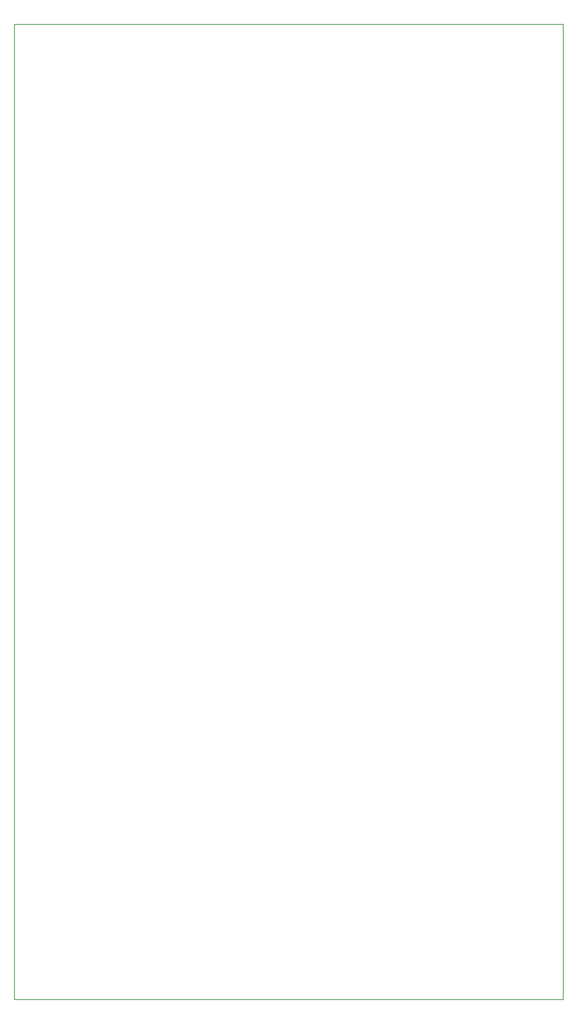
<source format=gbr>
%TF.GenerationSoftware,KiCad,Pcbnew,8.0.3*%
%TF.CreationDate,2024-08-22T18:58:11+02:00*%
%TF.ProjectId,inz,696e7a2e-6b69-4636-9164-5f7063625858,rev?*%
%TF.SameCoordinates,Original*%
%TF.FileFunction,Profile,NP*%
%FSLAX46Y46*%
G04 Gerber Fmt 4.6, Leading zero omitted, Abs format (unit mm)*
G04 Created by KiCad (PCBNEW 8.0.3) date 2024-08-22 18:58:11*
%MOMM*%
%LPD*%
G01*
G04 APERTURE LIST*
%TA.AperFunction,Profile*%
%ADD10C,0.050000*%
%TD*%
G04 APERTURE END LIST*
D10*
X89400000Y-44000000D02*
X155400000Y-44000000D01*
X155400000Y-161000000D01*
X89400000Y-161000000D01*
X89400000Y-44000000D01*
M02*

</source>
